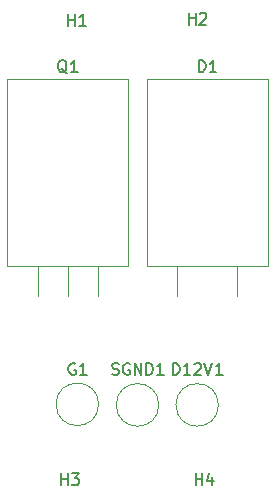
<source format=gbr>
%TF.GenerationSoftware,KiCad,Pcbnew,(6.99.0-228-g2fdbc41b8f)*%
%TF.CreationDate,2022-01-21T20:17:48+01:00*%
%TF.ProjectId,igniter,69676e69-7465-4722-9e6b-696361645f70,rev?*%
%TF.SameCoordinates,Original*%
%TF.FileFunction,Legend,Top*%
%TF.FilePolarity,Positive*%
%FSLAX46Y46*%
G04 Gerber Fmt 4.6, Leading zero omitted, Abs format (unit mm)*
G04 Created by KiCad (PCBNEW (6.99.0-228-g2fdbc41b8f)) date 2022-01-21 20:17:48*
%MOMM*%
%LPD*%
G01*
G04 APERTURE LIST*
%ADD10C,0.150000*%
%ADD11C,0.120000*%
G04 APERTURE END LIST*
D10*
%TO.C,SGND1*%
X130289288Y-60154761D02*
X130432145Y-60202380D01*
X130670240Y-60202380D01*
X130765478Y-60154761D01*
X130813097Y-60107142D01*
X130860716Y-60011904D01*
X130860716Y-59916666D01*
X130813097Y-59821428D01*
X130765478Y-59773809D01*
X130670240Y-59726190D01*
X130479764Y-59678571D01*
X130384526Y-59630952D01*
X130336907Y-59583333D01*
X130289288Y-59488095D01*
X130289288Y-59392857D01*
X130336907Y-59297619D01*
X130384526Y-59250000D01*
X130479764Y-59202380D01*
X130717859Y-59202380D01*
X130860716Y-59250000D01*
X131772620Y-59250000D02*
X131677382Y-59202380D01*
X131534525Y-59202380D01*
X131391668Y-59250000D01*
X131296430Y-59345238D01*
X131248811Y-59440476D01*
X131201192Y-59630952D01*
X131201192Y-59773809D01*
X131248811Y-59964285D01*
X131296430Y-60059523D01*
X131391668Y-60154761D01*
X131534525Y-60202380D01*
X131629763Y-60202380D01*
X131772620Y-60154761D01*
X131820239Y-60107142D01*
X131820239Y-59773809D01*
X131629763Y-59773809D01*
X132208334Y-60202380D02*
X132208334Y-59202380D01*
X132779762Y-60202380D01*
X132779762Y-59202380D01*
X133167857Y-60202380D02*
X133167857Y-59202380D01*
X133405952Y-59202380D01*
X133548809Y-59250000D01*
X133644047Y-59345238D01*
X133691666Y-59440476D01*
X133739285Y-59630952D01*
X133739285Y-59773809D01*
X133691666Y-59964285D01*
X133644047Y-60059523D01*
X133548809Y-60154761D01*
X133405952Y-60202380D01*
X133167857Y-60202380D01*
X134651189Y-60202380D02*
X134079761Y-60202380D01*
X134365475Y-60202380D02*
X134365475Y-59202380D01*
X134270237Y-59345238D01*
X134174999Y-59440476D01*
X134079761Y-59488095D01*
%TO.C,D12V1*%
X135434526Y-60202380D02*
X135434526Y-59202380D01*
X135672621Y-59202380D01*
X135815478Y-59250000D01*
X135910716Y-59345238D01*
X135958335Y-59440476D01*
X136005954Y-59630952D01*
X136005954Y-59773809D01*
X135958335Y-59964285D01*
X135910716Y-60059523D01*
X135815478Y-60154761D01*
X135672621Y-60202380D01*
X135434526Y-60202380D01*
X136917858Y-60202380D02*
X136346430Y-60202380D01*
X136632144Y-60202380D02*
X136632144Y-59202380D01*
X136536906Y-59345238D01*
X136441668Y-59440476D01*
X136346430Y-59488095D01*
X137258334Y-59297619D02*
X137305953Y-59250000D01*
X137401191Y-59202380D01*
X137639286Y-59202380D01*
X137734524Y-59250000D01*
X137782143Y-59297619D01*
X137829762Y-59392857D01*
X137829762Y-59488095D01*
X137782143Y-59630952D01*
X137210715Y-60202380D01*
X137829762Y-60202380D01*
X138075000Y-59202380D02*
X138408333Y-60202380D01*
X138741666Y-59202380D01*
X139653570Y-60202380D02*
X139082142Y-60202380D01*
X139367856Y-60202380D02*
X139367856Y-59202380D01*
X139272618Y-59345238D01*
X139177380Y-59440476D01*
X139082142Y-59488095D01*
%TO.C,D1*%
X137642382Y-34572380D02*
X137642382Y-33572380D01*
X137880477Y-33572380D01*
X138023334Y-33620000D01*
X138118572Y-33715238D01*
X138166191Y-33810476D01*
X138213810Y-34000952D01*
X138213810Y-34143809D01*
X138166191Y-34334285D01*
X138118572Y-34429523D01*
X138023334Y-34524761D01*
X137880477Y-34572380D01*
X137642382Y-34572380D01*
X139125714Y-34572380D02*
X138554286Y-34572380D01*
X138840000Y-34572380D02*
X138840000Y-33572380D01*
X138744762Y-33715238D01*
X138649524Y-33810476D01*
X138554286Y-33858095D01*
%TO.C,H2*%
X136802382Y-30552380D02*
X136802382Y-29552380D01*
X136802382Y-30028571D02*
X137373810Y-30028571D01*
X137373810Y-30552380D02*
X137373810Y-29552380D01*
X137714286Y-29647619D02*
X137761905Y-29600000D01*
X137857143Y-29552380D01*
X138095238Y-29552380D01*
X138190476Y-29600000D01*
X138238095Y-29647619D01*
X138285714Y-29742857D01*
X138285714Y-29838095D01*
X138238095Y-29980952D01*
X137666667Y-30552380D01*
X138285714Y-30552380D01*
%TO.C,H1*%
X126602382Y-30652380D02*
X126602382Y-29652380D01*
X126602382Y-30128571D02*
X127173810Y-30128571D01*
X127173810Y-30652380D02*
X127173810Y-29652380D01*
X128085714Y-30652380D02*
X127514286Y-30652380D01*
X127800000Y-30652380D02*
X127800000Y-29652380D01*
X127704762Y-29795238D01*
X127609524Y-29890476D01*
X127514286Y-29938095D01*
%TO.C,G1*%
X127176191Y-59250000D02*
X127080953Y-59202380D01*
X126938096Y-59202380D01*
X126795239Y-59250000D01*
X126700001Y-59345238D01*
X126652382Y-59440476D01*
X126604763Y-59630952D01*
X126604763Y-59773809D01*
X126652382Y-59964285D01*
X126700001Y-60059523D01*
X126795239Y-60154761D01*
X126938096Y-60202380D01*
X127033334Y-60202380D01*
X127176191Y-60154761D01*
X127223810Y-60107142D01*
X127223810Y-59773809D01*
X127033334Y-59773809D01*
X128135714Y-60202380D02*
X127564286Y-60202380D01*
X127850000Y-60202380D02*
X127850000Y-59202380D01*
X127754762Y-59345238D01*
X127659524Y-59440476D01*
X127564286Y-59488095D01*
%TO.C,H4*%
X137378572Y-69552380D02*
X137378572Y-68552380D01*
X137378572Y-69028571D02*
X137950000Y-69028571D01*
X137950000Y-69552380D02*
X137950000Y-68552380D01*
X138766666Y-68885714D02*
X138766666Y-69552380D01*
X138528571Y-68504761D02*
X138290476Y-69219047D01*
X138909523Y-69219047D01*
%TO.C,H3*%
X126002382Y-69552380D02*
X126002382Y-68552380D01*
X126002382Y-69028571D02*
X126573810Y-69028571D01*
X126573810Y-69552380D02*
X126573810Y-68552380D01*
X126866667Y-68552380D02*
X127485714Y-68552380D01*
X127152381Y-68933333D01*
X127295238Y-68933333D01*
X127390476Y-68980952D01*
X127438095Y-69028571D01*
X127485714Y-69123809D01*
X127485714Y-69361904D01*
X127438095Y-69457142D01*
X127390476Y-69504761D01*
X127295238Y-69552380D01*
X127009524Y-69552380D01*
X126914286Y-69504761D01*
X126866667Y-69457142D01*
%TO.C,Q1*%
X126461429Y-34667619D02*
X126366191Y-34620000D01*
X126270953Y-34524761D01*
X126128096Y-34381904D01*
X126032858Y-34334285D01*
X125937620Y-34334285D01*
X125985239Y-34572380D02*
X125890001Y-34524761D01*
X125794763Y-34429523D01*
X125747144Y-34239047D01*
X125747144Y-33905714D01*
X125794763Y-33715238D01*
X125890001Y-33620000D01*
X125985239Y-33572380D01*
X126175715Y-33572380D01*
X126270953Y-33620000D01*
X126366191Y-33715238D01*
X126413810Y-33905714D01*
X126413810Y-34239047D01*
X126366191Y-34429523D01*
X126270953Y-34524761D01*
X126175715Y-34572380D01*
X125985239Y-34572380D01*
X127373333Y-34572380D02*
X126801905Y-34572380D01*
X127087619Y-34572380D02*
X127087619Y-33572380D01*
X126992381Y-33715238D01*
X126897143Y-33810476D01*
X126801905Y-33858095D01*
D11*
%TO.C,SGND1*%
X134250694Y-62750000D02*
G75*
G03*
X134250694Y-62750000I-1800694J0D01*
G01*
%TO.C,D12V1*%
X139300694Y-62750000D02*
G75*
G03*
X139300694Y-62750000I-1800694J0D01*
G01*
%TO.C,D1*%
X133220000Y-35120000D02*
X133220000Y-51010000D01*
X133220000Y-35120000D02*
X143460000Y-35120000D01*
X133220000Y-51010000D02*
X143460000Y-51010000D01*
X135800000Y-51010000D02*
X135800000Y-53550000D01*
X140880000Y-51010000D02*
X140880000Y-53535000D01*
X143460000Y-35120000D02*
X143460000Y-51010000D01*
%TO.C,G1*%
X129150694Y-62700000D02*
G75*
G03*
X129150694Y-62700000I-1800694J0D01*
G01*
%TO.C,Q1*%
X121420000Y-35120000D02*
X121420000Y-51010000D01*
X121420000Y-35120000D02*
X131660000Y-35120000D01*
X121420000Y-51010000D02*
X131660000Y-51010000D01*
X124000000Y-51010000D02*
X124000000Y-53550000D01*
X126540000Y-51010000D02*
X126540000Y-53550000D01*
X129080000Y-51010000D02*
X129080000Y-53550000D01*
X131660000Y-35120000D02*
X131660000Y-51010000D01*
%TD*%
M02*

</source>
